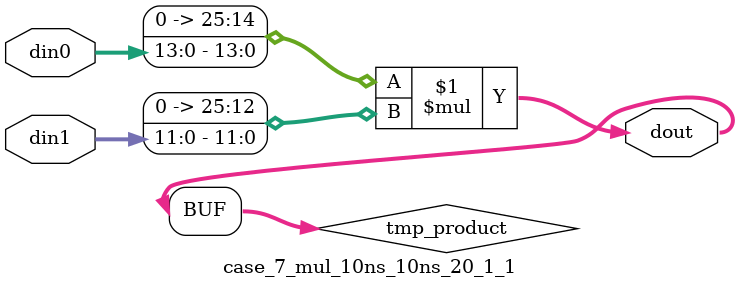
<source format=v>

`timescale 1 ns / 1 ps

 (* use_dsp = "no" *)  module case_7_mul_10ns_10ns_20_1_1(din0, din1, dout);
parameter ID = 1;
parameter NUM_STAGE = 0;
parameter din0_WIDTH = 14;
parameter din1_WIDTH = 12;
parameter dout_WIDTH = 26;

input [din0_WIDTH - 1 : 0] din0; 
input [din1_WIDTH - 1 : 0] din1; 
output [dout_WIDTH - 1 : 0] dout;

wire signed [dout_WIDTH - 1 : 0] tmp_product;
























assign tmp_product = $signed({1'b0, din0}) * $signed({1'b0, din1});











assign dout = tmp_product;





















endmodule

</source>
